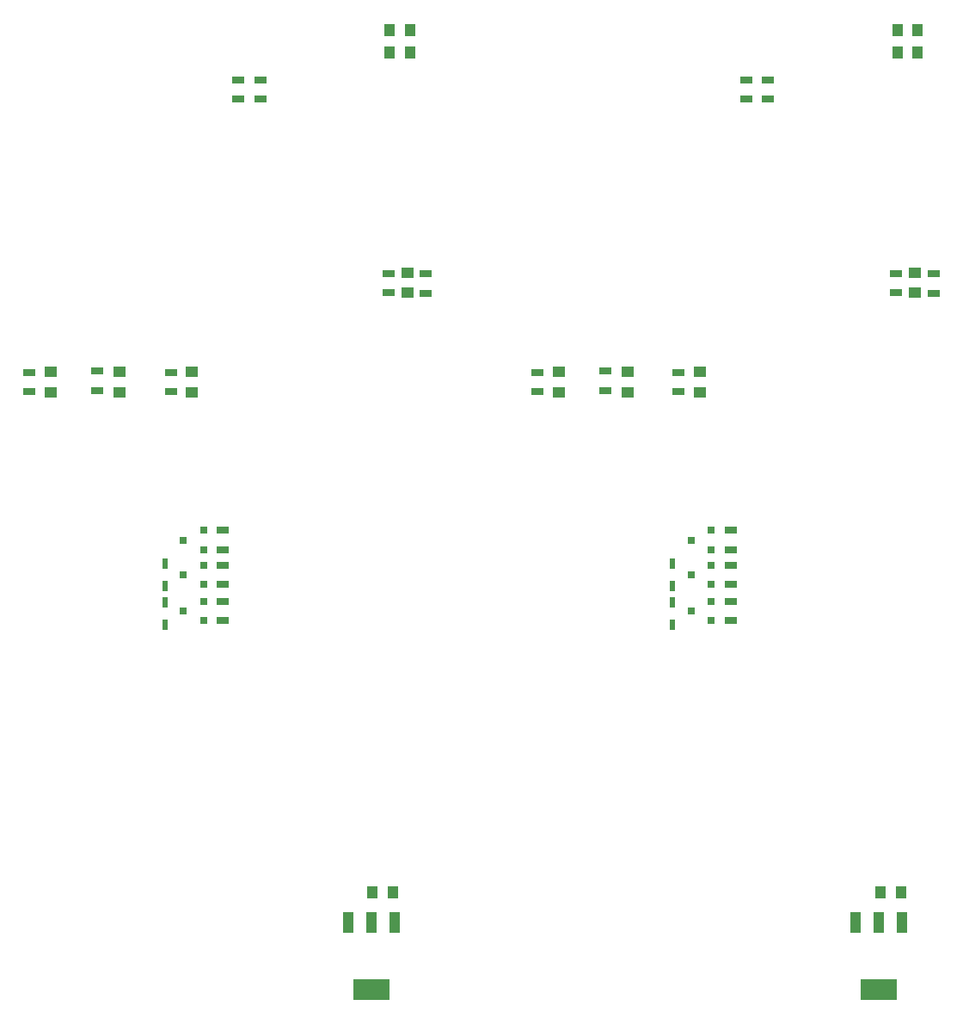
<source format=gtp>
G04 #@! TF.FileFunction,Paste,Top*
%FSLAX46Y46*%
G04 Gerber Fmt 4.6, Leading zero omitted, Abs format (unit mm)*
G04 Created by KiCad (PCBNEW 4.0.2-stable) date 12/4/2017 4:20:54 PM*
%MOMM*%
G01*
G04 APERTURE LIST*
%ADD10C,0.100000*%
%ADD11R,0.800100X0.800100*%
%ADD12R,0.599440X1.000760*%
%ADD13R,1.250000X1.000000*%
%ADD14R,1.300000X0.700000*%
%ADD15R,1.000000X1.250000*%
%ADD16R,3.657600X2.032000*%
%ADD17R,1.016000X2.032000*%
G04 APERTURE END LIST*
D10*
D11*
X146123760Y-95311000D03*
X146123760Y-93411000D03*
X144124780Y-94361000D03*
D12*
X142329000Y-100500180D03*
X142329000Y-102699820D03*
X142329000Y-96690180D03*
X142329000Y-98889820D03*
D13*
X166205000Y-70027800D03*
X166205000Y-68027800D03*
D14*
X164325400Y-68122800D03*
X164325400Y-70022800D03*
X168033800Y-68178600D03*
X168033800Y-70078600D03*
D15*
X164443000Y-46355000D03*
X166443000Y-46355000D03*
X164443000Y-44196000D03*
X166443000Y-44196000D03*
D14*
X149568000Y-50988000D03*
X149568000Y-49088000D03*
X151727000Y-50988000D03*
X151727000Y-49088000D03*
D16*
X162649000Y-138557000D03*
D17*
X162649000Y-131953000D03*
X160363000Y-131953000D03*
X164935000Y-131953000D03*
D15*
X162792000Y-129032000D03*
X164792000Y-129032000D03*
D14*
X148044000Y-95311000D03*
X148044000Y-93411000D03*
X148044000Y-98740000D03*
X148044000Y-96840000D03*
X148044000Y-102296000D03*
X148044000Y-100396000D03*
D11*
X146123760Y-98740000D03*
X146123760Y-96840000D03*
X144124780Y-97790000D03*
X146123760Y-102296000D03*
X146123760Y-100396000D03*
X144124780Y-101346000D03*
D13*
X145000000Y-79800000D03*
X145000000Y-77800000D03*
D14*
X142900000Y-79750000D03*
X142900000Y-77850000D03*
D13*
X137900000Y-79800000D03*
X137900000Y-77800000D03*
D14*
X135700000Y-79650000D03*
X135700000Y-77750000D03*
X129000000Y-79750000D03*
X129000000Y-77850000D03*
D13*
X131100000Y-79800000D03*
X131100000Y-77800000D03*
D15*
X114443000Y-44196000D03*
X116443000Y-44196000D03*
X114443000Y-46355000D03*
X116443000Y-46355000D03*
D13*
X81100000Y-79800000D03*
X81100000Y-77800000D03*
X87900000Y-79800000D03*
X87900000Y-77800000D03*
X95000000Y-79800000D03*
X95000000Y-77800000D03*
D11*
X96123760Y-102296000D03*
X96123760Y-100396000D03*
X94124780Y-101346000D03*
X96123760Y-98740000D03*
X96123760Y-96840000D03*
X94124780Y-97790000D03*
X96123760Y-95311000D03*
X96123760Y-93411000D03*
X94124780Y-94361000D03*
D14*
X99568000Y-50988000D03*
X99568000Y-49088000D03*
X101727000Y-50988000D03*
X101727000Y-49088000D03*
X79000000Y-79750000D03*
X79000000Y-77850000D03*
X85700000Y-79650000D03*
X85700000Y-77750000D03*
X92900000Y-79750000D03*
X92900000Y-77850000D03*
X98044000Y-102296000D03*
X98044000Y-100396000D03*
X98044000Y-98740000D03*
X98044000Y-96840000D03*
X98044000Y-95311000D03*
X98044000Y-93411000D03*
D15*
X112792000Y-129032000D03*
X114792000Y-129032000D03*
D16*
X112649000Y-138557000D03*
D17*
X112649000Y-131953000D03*
X110363000Y-131953000D03*
X114935000Y-131953000D03*
D12*
X92329000Y-96690180D03*
X92329000Y-98889820D03*
X92329000Y-100500180D03*
X92329000Y-102699820D03*
D13*
X116205000Y-70027800D03*
X116205000Y-68027800D03*
D14*
X118033800Y-68178600D03*
X118033800Y-70078600D03*
X114325400Y-68122800D03*
X114325400Y-70022800D03*
M02*

</source>
